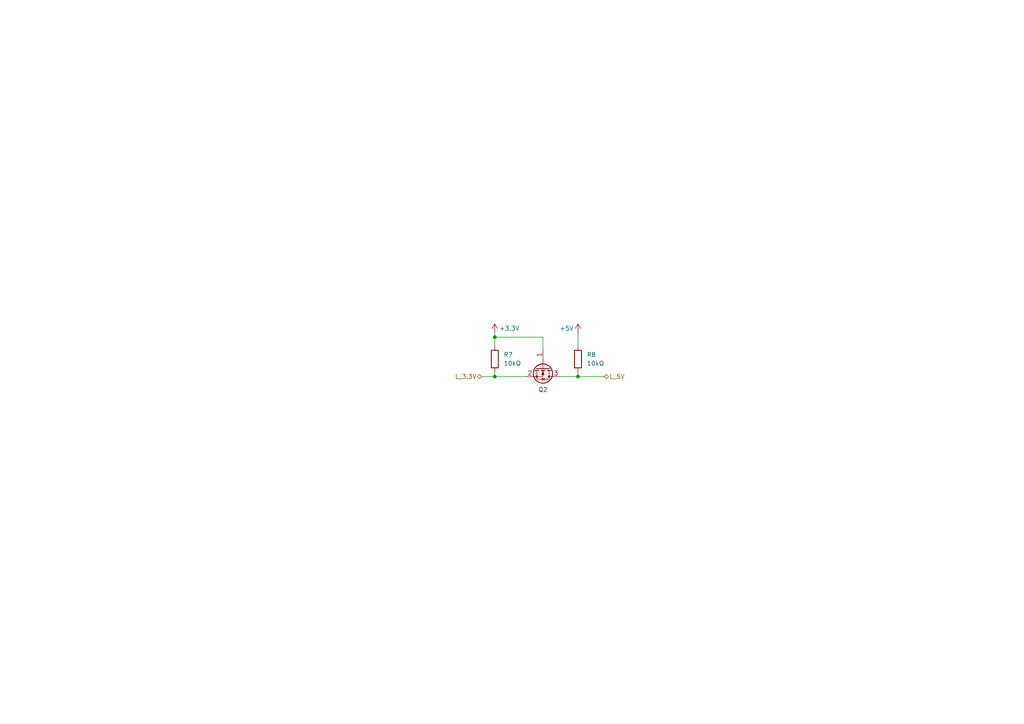
<source format=kicad_sch>
(kicad_sch (version 20250114) (generator "eeschema") (generator_version "9.0")
  (paper "A4")
  (lib_symbols
    (symbol "Device:R" (pin_numbers (hide yes)) (pin_names (offset 0))
      (property "Reference" "R" (at 2.032 0 90))
      (property "Value" "R" (at 0 0 90))
      (symbol "R_0_1"
        (rectangle (start -1.016 -2.54) (end 1.016 2.54) (stroke (width 0.254)))
      )
      (symbol "R_1_1"
        (pin passive line (at 0 3.81 270) (length 1.27) (name "~") (number "1"))
        (pin passive line (at 0 -3.81 90) (length 1.27) (name "~") (number "2"))
      )
    )
    (symbol "Transistor_FET:2N7002" (pin_names (offset 0) (hide yes))
      (property "Reference" "Q" (at 5.08 1.905 0))
      (property "Value" "2N7002" (at 5.08 0 0))
      (symbol "2N7002_0_1"
        (polyline (pts (xy 0.254 1.905) (xy 0.254 -1.905)) (stroke (width 0.254)))
        (polyline (pts (xy 0.254 0) (xy -2.54 0)))
        (polyline (pts (xy 0.762 2.286) (xy 0.762 1.27)) (stroke (width 0.254)))
        (polyline (pts (xy 0.762 0.508) (xy 0.762 -0.508)) (stroke (width 0.254)))
        (polyline (pts (xy 0.762 -1.27) (xy 0.762 -2.286)) (stroke (width 0.254)))
        (polyline (pts (xy 0.762 -1.778) (xy 3.302 -1.778) (xy 3.302 1.778) (xy 0.762 1.778)))
        (polyline (pts (xy 1.016 0) (xy 2.032 0.381) (xy 2.032 -0.381) (xy 1.016 0)) (fill (type outline)))
        (circle (center 1.651 0) (radius 2.794) (stroke (width 0.254)))
        (polyline (pts (xy 2.54 2.54) (xy 2.54 1.778)))
        (circle (center 2.54 1.778) (radius 0.254) (fill (type outline)))
        (circle (center 2.54 -1.778) (radius 0.254) (fill (type outline)))
        (polyline (pts (xy 2.54 -2.54) (xy 2.54 0) (xy 0.762 0)))
        (polyline (pts (xy 2.921 0.381) (xy 3.683 0.381)))
        (polyline (pts (xy 3.302 0.381) (xy 2.921 -0.254) (xy 3.683 -0.254) (xy 3.302 0.381)))
      )
      (symbol "2N7002_1_1"
        (pin input line (at -5.08 0 0) (length 2.54) (name "G") (number "1"))
        (pin passive line (at 2.54 5.08 270) (length 2.54) (name "D") (number "3"))
        (pin passive line (at 2.54 -5.08 90) (length 2.54) (name "S") (number "2"))
      )
    )
    (symbol "power:+3.3V" (power) (pin_numbers (hide yes)) (pin_names (offset 0) (hide yes))
      (property "Value" "+3.3V" (at 0 3.556 0))
      (symbol "+3.3V_0_1"
        (polyline (pts (xy -0.762 1.27) (xy 0 2.54)))
        (polyline (pts (xy 0 2.54) (xy 0.762 1.27)))
        (polyline (pts (xy 0 0) (xy 0 2.54)))
      )
      (symbol "+3.3V_1_1"
        (pin power_in line (at 0 0 90) (length 0) (name "~") (number "1"))
      )
    )
    (symbol "power:+5V" (power) (pin_numbers (hide yes)) (pin_names (offset 0) (hide yes))
      (property "Value" "+5V" (at 0 3.556 0))
      (symbol "+5V_0_1"
        (polyline (pts (xy -0.762 1.27) (xy 0 2.54)))
        (polyline (pts (xy 0 2.54) (xy 0.762 1.27)))
        (polyline (pts (xy 0 0) (xy 0 2.54)))
      )
      (symbol "+5V_1_1"
        (pin power_in line (at 0 0 90) (length 0) (name "~") (number "1"))
      )
    )
  )
  (junction (at 143.51 97.79))
  (junction (at 167.64 109.22))
  (junction (at 143.51 109.22))
  (wire (pts (xy 167.64 107.95) (xy 167.64 109.22)))
  (wire (pts (xy 167.64 109.22) (xy 175.26 109.22)))
  (wire (pts (xy 167.64 109.22) (xy 162.56 109.22)))
  (wire (pts (xy 143.51 97.79) (xy 143.51 100.33)))
  (wire (pts (xy 157.48 97.79) (xy 143.51 97.79)))
  (wire (pts (xy 152.4 109.22) (xy 143.51 109.22)))
  (wire (pts (xy 167.64 96.52) (xy 167.64 100.33)))
  (wire (pts (xy 157.48 101.6) (xy 157.48 97.79)))
  (wire (pts (xy 143.51 109.22) (xy 143.51 107.95)))
  (wire (pts (xy 143.51 96.52) (xy 143.51 97.79)))
  (wire (pts (xy 143.51 109.22) (xy 139.7 109.22)))
  (hierarchical_label "L_3.3V" (shape bidirectional) (at 139.7 109.22 180))
  (hierarchical_label "L_5V" (shape bidirectional) (at 175.26 109.22 0))
  (symbol (lib_id "Device:R") (at 143.51 104.14 0) (unit 1)
    (property "Reference" "R5" (at 146.05 102.8699 0) (effects (justify left)))
    (property "Value" "10kΩ" (at 146.05 105.4099 0) (effects (justify left)))
    (property "Footprint" "Resistor_SMD:R_0805_2012Metric" (effects (hide yes)))
    (property "Description" "Resistor" (effects (hide yes)))
    (property "MPN" "R 10kΩ 125mW 0805" (effects (hide yes)))
    (property "LCSC" "C17414" (effects (hide yes)))
    (instances (project "apple_peeler_pcb" (path "" (reference "R7") (unit 1)) (path "" (reference "R5") (unit 1)) (path "" (reference "R11") (unit 1)) (path "" (reference "R9") (unit 1))))
  )
  (symbol (lib_id "power:+5V") (at 167.64 96.52 0) (unit 1)
    (property "Reference" "#PWR030" (effects (hide yes)))
    (property "Value" "+5V" (at 166.37 95.25 0) (effects (justify right)))
    (property "Description" "Power symbol creates a global label with name \"+5V\"" (effects (hide yes)))
    (instances (project "apple_peeler_pcb" (path "" (reference "#PWR032") (unit 1)) (path "" (reference "#PWR030") (unit 1)) (path "" (reference "#PWR036") (unit 1)) (path "" (reference "#PWR034") (unit 1))))
  )
  (symbol (lib_id "Device:R") (at 167.64 104.14 0) (unit 1)
    (property "Reference" "R6" (at 170.18 102.8699 0) (effects (justify left)))
    (property "Value" "10kΩ" (at 170.18 105.4099 0) (effects (justify left)))
    (property "Footprint" "Resistor_SMD:R_0805_2012Metric" (effects (hide yes)))
    (property "Description" "Resistor" (effects (hide yes)))
    (property "MPN" "R 10kΩ 125mW 0805" (effects (hide yes)))
    (property "LCSC" "C17414" (effects (hide yes)))
    (instances (project "apple_peeler_pcb" (path "" (reference "R8") (unit 1)) (path "" (reference "R6") (unit 1)) (path "" (reference "R12") (unit 1)) (path "" (reference "R10") (unit 1))))
  )
  (symbol (lib_id "power:+3.3V") (at 143.51 96.52 0) (unit 1)
    (property "Reference" "#PWR029" (effects (hide yes)))
    (property "Value" "+3.3V" (at 144.78 95.25 0) (effects (justify left)))
    (property "Description" "Power symbol creates a global label with name \"+3.3V\"" (effects (hide yes)))
    (instances (project "apple_peeler_pcb" (path "" (reference "#PWR031") (unit 1)) (path "" (reference "#PWR029") (unit 1)) (path "" (reference "#PWR035") (unit 1)) (path "" (reference "#PWR033") (unit 1))))
  )
  (symbol (lib_id "Transistor_FET:2N7002") (at 157.48 106.68 270) (unit 1)
    (property "Reference" "Q1" (at 157.48 113.03 90))
    (property "Value" "2N7002" (effects (hide yes)))
    (property "Footprint" "Package_TO_SOT_SMD:SOT-23" (effects (hide yes)))
    (property "Datasheet" "https://www.onsemi.com/pub/Collateral/NDS7002A-D.PDF" (effects (hide yes)))
    (property "Description" "0.115A Id, 60V Vds, N-Channel MOSFET, SOT-23" (effects (hide yes)))
    (property "MPN" "2N7002" (effects (hide yes)))
    (property "LCSC" "C8545" (effects (hide yes)))
    (instances (project "apple_peeler_pcb" (path "" (reference "Q2") (unit 1)) (path "" (reference "Q1") (unit 1)) (path "" (reference "Q4") (unit 1)) (path "" (reference "Q3") (unit 1))))
  )
)
</source>
